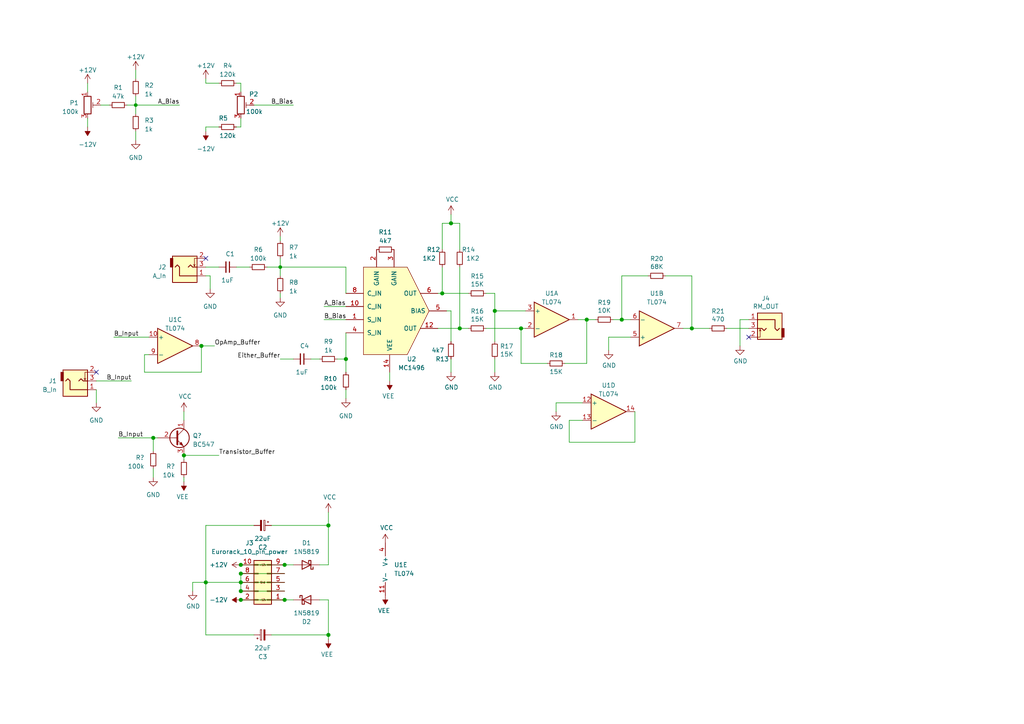
<source format=kicad_sch>
(kicad_sch (version 20230121) (generator eeschema)
  (paper "A4")
  (lib_symbols
    (symbol "Amplifier_Operational:TL074" (pin_names (offset 0.127))
      (property "Reference" "U" (at 0 5.08 0))
      (property "Value" "TL074" (at 0 -5.08 0))
      (symbol "TL074_1_1"
        (polyline (pts (xy -5.08 5.08) (xy 5.08 0) (xy -5.08 -5.08) (xy -5.08 5.08)) (stroke (width 0.254)) (fill (type background)))
        (pin output line (at 7.62 0 180) (length 2.54) (name "~") (number "1"))
        (pin input line (at -7.62 -2.54 0) (length 2.54) (name "-") (number "2"))
        (pin input line (at -7.62 2.54 0) (length 2.54) (name "+") (number "3"))
      )
      (symbol "TL074_2_1"
        (polyline (pts (xy -5.08 5.08) (xy 5.08 0) (xy -5.08 -5.08) (xy -5.08 5.08)) (stroke (width 0.254)) (fill (type background)))
        (pin input line (at -7.62 2.54 0) (length 2.54) (name "+") (number "5"))
        (pin input line (at -7.62 -2.54 0) (length 2.54) (name "-") (number "6"))
        (pin output line (at 7.62 0 180) (length 2.54) (name "~") (number "7"))
      )
      (symbol "TL074_3_1"
        (polyline (pts (xy -5.08 5.08) (xy 5.08 0) (xy -5.08 -5.08) (xy -5.08 5.08)) (stroke (width 0.254)) (fill (type background)))
        (pin input line (at -7.62 2.54 0) (length 2.54) (name "+") (number "10"))
        (pin output line (at 7.62 0 180) (length 2.54) (name "~") (number "8"))
        (pin input line (at -7.62 -2.54 0) (length 2.54) (name "-") (number "9"))
      )
      (symbol "TL074_4_1"
        (polyline (pts (xy -5.08 5.08) (xy 5.08 0) (xy -5.08 -5.08) (xy -5.08 5.08)) (stroke (width 0.254)) (fill (type background)))
        (pin input line (at -7.62 2.54 0) (length 2.54) (name "+") (number "12"))
        (pin input line (at -7.62 -2.54 0) (length 2.54) (name "-") (number "13"))
        (pin output line (at 7.62 0 180) (length 2.54) (name "~") (number "14"))
      )
      (symbol "TL074_5_1"
        (pin power_in line (at -2.54 -7.62 90) (length 3.81) (name "V-") (number "11"))
        (pin power_in line (at -2.54 7.62 270) (length 3.81) (name "V+") (number "4"))
      )
    )
    (symbol "Device:C_Small" (pin_numbers hide) (pin_names (offset 0.254) hide)
      (property "Reference" "C" (at 0.254 1.778 0))
      (property "Value" "C_Small" (at 0.254 -2.032 0))
      (symbol "C_Small_0_1"
        (polyline (pts (xy -1.524 -0.508) (xy 1.524 -0.508)) (stroke (width 0.3302)))
        (polyline (pts (xy -1.524 0.508) (xy 1.524 0.508)) (stroke (width 0.3048)))
      )
      (symbol "C_Small_1_1"
        (pin passive line (at 0 2.54 270) (length 2.032) (name "~") (number "1"))
        (pin passive line (at 0 -2.54 90) (length 2.032) (name "~") (number "2"))
      )
    )
    (symbol "Device:R_Potentiometer_Trim" (pin_names (offset 1.016) hide)
      (property "Reference" "RV" (at -4.445 0 90))
      (property "Value" "R_Potentiometer_Trim" (at -2.54 0 90))
      (symbol "R_Potentiometer_Trim_0_1"
        (polyline (pts (xy 1.524 0.762) (xy 1.524 -0.762)))
        (polyline (pts (xy 2.54 0) (xy 1.524 0)))
        (rectangle (start 1.016 2.54) (end -1.016 -2.54) (stroke (width 0.254)))
      )
      (symbol "R_Potentiometer_Trim_1_1"
        (pin passive line (at 0 3.81 270) (length 1.27) (name "1") (number "1"))
        (pin passive line (at 3.81 0 180) (length 1.27) (name "2") (number "2"))
        (pin passive line (at 0 -3.81 90) (length 1.27) (name "3") (number "3"))
      )
    )
    (symbol "Device:R_Small" (pin_numbers hide) (pin_names (offset 0.254) hide)
      (property "Reference" "R" (at 0.762 0.508 0))
      (property "Value" "R_Small" (at 0.762 -1.016 0))
      (symbol "R_Small_0_1"
        (rectangle (start -0.762 1.778) (end 0.762 -1.778) (stroke (width 0.2032)))
      )
      (symbol "R_Small_1_1"
        (pin passive line (at 0 2.54 270) (length 0.762) (name "~") (number "1"))
        (pin passive line (at 0 -2.54 90) (length 0.762) (name "~") (number "2"))
      )
    )
    (symbol "Diode:1N5819" (pin_numbers hide) (pin_names (offset 1.016) hide)
      (property "Reference" "D" (at 0 2.54 0))
      (property "Value" "1N5819" (at 0 -2.54 0))
      (symbol "1N5819_0_1"
        (polyline (pts (xy 1.27 0) (xy -1.27 0)))
        (polyline (pts (xy 1.27 1.27) (xy 1.27 -1.27) (xy -1.27 0) (xy 1.27 1.27)) (stroke (width 0.254)))
        (polyline (pts (xy -1.905 0.635) (xy -1.905 1.27) (xy -1.27 1.27) (xy -1.27 -1.27) (xy -0.635 -1.27) (xy -0.635 -0.635)) (stroke (width 0.254)))
      )
      (symbol "1N5819_1_1"
        (pin passive line (at -3.81 0 0) (length 2.54) (name "K") (number "1"))
        (pin passive line (at 3.81 0 180) (length 2.54) (name "A") (number "2"))
      )
    )
    (symbol "Encoder:CP_Small" (pin_numbers hide) (pin_names (offset 0.254) hide)
      (property "Reference" "C" (at 0.254 1.778 0))
      (property "Value" "CP_Small" (at 0.254 -2.032 0))
      (symbol "CP_Small_0_1"
        (rectangle (start -1.524 -0.3048) (end 1.524 -0.6858) (fill (type outline)))
        (rectangle (start -1.524 0.6858) (end 1.524 0.3048))
        (polyline (pts (xy -1.27 1.524) (xy -0.762 1.524)))
        (polyline (pts (xy -1.016 1.27) (xy -1.016 1.778)))
      )
      (symbol "CP_Small_1_1"
        (pin passive line (at 0 2.54 270) (length 1.8542) (name "~") (number "1"))
        (pin passive line (at 0 -2.54 90) (length 1.8542) (name "~") (number "2"))
      )
    )
    (symbol "Eurorack Header:Eurorack_10_pin_power" (pin_names (offset 1.016) hide)
      (property "Reference" "J" (at 1.27 7.62 0))
      (property "Value" "Eurorack_10_pin_power" (at 1.27 -7.62 0))
      (symbol "Eurorack_10_pin_power_1_0"
        (text "+12v" (at 1.27 -5.08 0) (effects (font (size 0.508 0.508))))
        (text "-12v" (at 1.27 5.08 0) (effects (font (size 0.508 0.508))))
        (text "Gnd" (at 1.27 0 0) (effects (font (size 0.508 0.508))))
      )
      (symbol "Eurorack_10_pin_power_1_1"
        (rectangle (start -1.27 -4.953) (end 0 -5.207) (stroke (width 0.1524)))
        (rectangle (start -1.27 -2.413) (end 0 -2.667) (stroke (width 0.1524)))
        (rectangle (start -1.27 0.127) (end 0 -0.127) (stroke (width 0.1524)))
        (rectangle (start -1.27 2.667) (end 0 2.413) (stroke (width 0.1524)))
        (rectangle (start -1.27 5.207) (end 0 4.953) (stroke (width 0.1524)))
        (rectangle (start -1.27 6.35) (end 3.81 -6.35) (stroke (width 0.254)) (fill (type background)))
        (rectangle (start 3.81 -4.953) (end 2.54 -5.207) (stroke (width 0.1524)))
        (rectangle (start 3.81 -2.413) (end 2.54 -2.667) (stroke (width 0.1524)))
        (rectangle (start 3.81 0.127) (end 2.54 -0.127) (stroke (width 0.1524)))
        (rectangle (start 3.81 2.667) (end 2.54 2.413) (stroke (width 0.1524)))
        (rectangle (start 3.81 5.207) (end 2.54 4.953) (stroke (width 0.1524)))
        (pin power_in line (at -5.08 5.08 0) (length 3.81) (name "Pin_1") (number "1"))
        (pin passive line (at 7.62 -5.08 180) (length 3.81) (name "Pin_10") (number "10"))
        (pin passive line (at 7.62 5.08 180) (length 3.81) (name "Pin_2") (number "2"))
        (pin passive line (at -5.08 2.54 0) (length 3.81) (name "Pin_3") (number "3"))
        (pin passive line (at 7.62 2.54 180) (length 3.81) (name "Pin_4") (number "4"))
        (pin power_in line (at -5.08 0 0) (length 3.81) (name "Pin_5") (number "5"))
        (pin passive line (at 7.62 0 180) (length 3.81) (name "Pin_6") (number "6"))
        (pin passive line (at -5.08 -2.54 0) (length 3.81) (name "Pin_7") (number "7"))
        (pin passive line (at 7.62 -2.54 180) (length 3.81) (name "Pin_8") (number "8"))
        (pin power_in line (at -5.08 -5.08 0) (length 3.81) (name "Pin_9") (number "9"))
      )
    )
    (symbol "MC1496:MC1496" (pin_names (offset 1.016))
      (property "Reference" "U" (at 0 22.86 0))
      (property "Value" "MC1496" (at 0 20.32 0))
      (symbol "MC1496_0_0"
        (pin input line (at -12.7 -6.35 0) (length 5.08) (name "S_IN") (number "1"))
        (pin input line (at -12.7 -2.54 0) (length 5.08) (name "C_IN") (number "10"))
        (pin no_connect line (at 10.16 -16.51 180) (length 5.08) hide (name "NC") (number "11"))
        (pin output line (at 13.97 -8.89 180) (length 5.08) (name "OUT") (number "12"))
        (pin no_connect line (at 10.16 -16.51 180) (length 5.08) hide (name "NC") (number "13"))
        (pin power_in line (at 0 -21.59 90) (length 5.08) (name "VEE") (number "14"))
        (pin input line (at -3.81 13.97 270) (length 5.08) (name "GAIN") (number "2"))
        (pin input line (at 1.27 13.97 270) (length 5.08) (name "GAIN") (number "3"))
        (pin input line (at -12.7 -10.16 0) (length 5.08) (name "S_IN") (number "4"))
        (pin input line (at 16.51 -3.81 180) (length 5.08) (name "BIAS") (number "5"))
        (pin open_collector line (at 13.97 1.27 180) (length 5.08) (name "OUT") (number "6"))
        (pin no_connect line (at 10.16 -16.51 180) (length 5.08) hide (name "NC") (number "7"))
        (pin input line (at -12.7 1.27 0) (length 5.08) (name "C_IN") (number "8"))
        (pin no_connect line (at 10.16 -16.51 180) (length 5.08) hide (name "NC") (number "9"))
      )
      (symbol "MC1496_0_1"
        (polyline (pts (xy -7.62 8.89) (xy 5.08 8.89) (xy 11.43 -3.81) (xy 5.08 -16.51) (xy -7.62 -16.51) (xy -7.62 8.89)) (fill (type background)))
      )
    )
    (symbol "Transistor_BJT:BC547" (pin_names (offset 0) hide)
      (property "Reference" "Q" (at 5.08 1.905 0))
      (property "Value" "BC547" (at 5.08 0 0))
      (symbol "BC547_0_1"
        (polyline (pts (xy 0 0) (xy 0.635 0)))
        (polyline (pts (xy 0.635 0.635) (xy 2.54 2.54)))
        (polyline (pts (xy 0.635 -0.635) (xy 2.54 -2.54) (xy 2.54 -2.54)))
        (polyline (pts (xy 0.635 1.905) (xy 0.635 -1.905) (xy 0.635 -1.905)) (stroke (width 0.508)))
        (polyline (pts (xy 1.27 -1.778) (xy 1.778 -1.27) (xy 2.286 -2.286) (xy 1.27 -1.778) (xy 1.27 -1.778)) (fill (type outline)))
        (circle (center 1.27 0) (radius 2.8194) (stroke (width 0.254)))
      )
      (symbol "BC547_1_1"
        (pin passive line (at 2.54 5.08 270) (length 2.54) (name "C") (number "1"))
        (pin input line (at -5.08 0 0) (length 5.08) (name "B") (number "2"))
        (pin passive line (at 2.54 -5.08 90) (length 2.54) (name "E") (number "3"))
      )
    )
    (symbol "power:+12V" (power) (pin_names (offset 0))
      (property "Value" "+12V" (at 0 3.556 0))
      (symbol "+12V_0_1"
        (polyline (pts (xy -0.762 1.27) (xy 0 2.54)))
        (polyline (pts (xy 0 0) (xy 0 2.54)))
        (polyline (pts (xy 0 2.54) (xy 0.762 1.27)))
      )
      (symbol "+12V_1_1"
        (pin power_in line (at 0 0 90) (length 0) hide (name "+12V") (number "1"))
      )
    )
    (symbol "power:-12V" (power) (pin_names (offset 0))
      (property "Value" "-12V" (at 0 3.81 0))
      (symbol "-12V_0_0"
        (pin power_in line (at 0 0 90) (length 0) hide (name "-12V") (number "1"))
      )
      (symbol "-12V_0_1"
        (polyline (pts (xy 0 0) (xy 0 1.27) (xy 0.762 1.27) (xy 0 2.54) (xy -0.762 1.27) (xy 0 1.27)) (fill (type outline)))
      )
    )
    (symbol "power:GND" (power) (pin_names (offset 0))
      (property "Value" "GND" (at 0 -3.81 0))
      (symbol "GND_0_1"
        (polyline (pts (xy 0 0) (xy 0 -1.27) (xy 1.27 -1.27) (xy 0 -2.54) (xy -1.27 -1.27) (xy 0 -1.27)))
      )
      (symbol "GND_1_1"
        (pin power_in line (at 0 0 270) (length 0) hide (name "GND") (number "1"))
      )
    )
    (symbol "power:VCC" (power) (pin_names (offset 0))
      (property "Value" "VCC" (at 0 3.81 0))
      (symbol "VCC_0_1"
        (polyline (pts (xy -0.762 1.27) (xy 0 2.54)))
        (polyline (pts (xy 0 0) (xy 0 2.54)))
        (polyline (pts (xy 0 2.54) (xy 0.762 1.27)))
      )
      (symbol "VCC_1_1"
        (pin power_in line (at 0 0 90) (length 0) hide (name "VCC") (number "1"))
      )
    )
    (symbol "power:VEE" (power) (pin_names (offset 0))
      (property "Value" "VEE" (at 0 3.81 0))
      (symbol "VEE_0_1"
        (polyline (pts (xy 0 0) (xy 0 2.54)))
        (polyline (pts (xy 0.762 1.27) (xy -0.762 1.27) (xy 0 2.54) (xy 0.762 1.27)) (fill (type outline)))
      )
      (symbol "VEE_1_1"
        (pin power_in line (at 0 0 90) (length 0) hide (name "VEE") (number "1"))
      )
    )
    (symbol "thonkiconn:AudioJack2_Ground_Switch" (pin_names (offset 1.016))
      (property "Reference" "J" (at 0 8.89 0))
      (property "Value" "AudioJack2_Ground_Switch" (at 0 6.35 0))
      (symbol "AudioJack2_Ground_Switch_0_1"
        (rectangle (start -4.445 -2.54) (end -5.207 0) (fill (type outline)))
        (polyline (pts (xy 1.778 -0.254) (xy 2.032 -0.762)))
        (polyline (pts (xy 0 0) (xy 0.635 -0.635) (xy 1.27 0) (xy 2.54 0)) (stroke (width 0.254)))
        (polyline (pts (xy 2.54 -2.54) (xy 1.778 -2.54) (xy 1.778 -0.254) (xy 1.524 -0.762)))
        (polyline (pts (xy 2.54 2.54) (xy -2.54 2.54) (xy -2.54 0) (xy -3.175 -0.635) (xy -3.81 0)) (stroke (width 0.254)))
        (rectangle (start 2.54 -3.175) (end -4.572 4.445) (stroke (width 0.254)) (fill (type background)))
      )
      (symbol "AudioJack2_Ground_Switch_1_1"
        (pin passive line (at 5.08 2.54 180) (length 2.54) (name "~") (number "1"))
        (pin passive line (at 5.08 -2.54 180) (length 2.54) (name "~") (number "2"))
        (pin passive line (at 5.08 0 180) (length 2.54) (name "~") (number "3"))
      )
    )
  )
  (junction (at 69.85 173.99) (diameter 1.016))
  (junction (at 200.66 95.25) (diameter 1.016))
  (junction (at 81.28 77.47) (diameter 0.9144))
  (junction (at 69.85 163.83) (diameter 1.016))
  (junction (at 151.13 95.25) (diameter 1.016))
  (junction (at 100.33 104.14) (diameter 1.016))
  (junction (at 59.69 168.91) (diameter 1.016))
  (junction (at 95.25 152.4) (diameter 1.016))
  (junction (at 53.34 132.08) (diameter 1.016))
  (junction (at 130.81 64.77) (diameter 1.016))
  (junction (at 133.35 95.25) (diameter 1.016))
  (junction (at 180.34 92.71) (diameter 1.016))
  (junction (at 44.45 127) (diameter 1.016))
  (junction (at 69.85 168.91) (diameter 1.016))
  (junction (at 69.85 166.37) (diameter 1.016))
  (junction (at 69.85 171.45) (diameter 1.016))
  (junction (at 58.42 100.33) (diameter 1.016))
  (junction (at 143.51 90.17) (diameter 1.016))
  (junction (at 82.55 163.83) (diameter 1.016))
  (junction (at 170.18 92.71) (diameter 1.016))
  (junction (at 39.37 30.48) (diameter 0.9144))
  (junction (at 82.55 173.99) (diameter 1.016))
  (junction (at 128.27 85.09) (diameter 1.016))
  (junction (at 95.25 184.15) (diameter 1.016))
  (no_connect (at 59.69 74.93))
  (no_connect (at 27.94 107.95))
  (no_connect (at 217.17 97.79))
  (wire (pts (xy 158.75 105.41) (xy 151.13 105.41)))
  (wire (pts (xy 130.81 62.23) (xy 130.81 64.77)))
  (wire (pts (xy 170.18 92.71) (xy 167.64 92.71)))
  (wire (pts (xy 170.18 105.41) (xy 170.18 92.71)))
  (wire (pts (xy 161.29 116.84) (xy 161.29 119.38)))
  (wire (pts (xy 168.91 116.84) (xy 161.29 116.84)))
  (wire (pts (xy 39.37 27.94) (xy 39.37 30.48)))
  (wire (pts (xy 182.88 97.79) (xy 176.53 97.79)))
  (wire (pts (xy 92.71 173.99) (xy 95.25 173.99)))
  (wire (pts (xy 95.25 173.99) (xy 95.25 184.15)))
  (wire (pts (xy 95.25 184.15) (xy 78.74 184.15)))
  (wire (pts (xy 69.85 36.83) (xy 68.58 36.83)))
  (wire (pts (xy 100.33 92.71) (xy 93.98 92.71)))
  (wire (pts (xy 130.81 90.17) (xy 130.81 99.06)))
  (wire (pts (xy 176.53 97.79) (xy 176.53 101.6)))
  (wire (pts (xy 39.37 30.48) (xy 39.37 33.02)))
  (wire (pts (xy 81.28 77.47) (xy 100.33 77.47)))
  (wire (pts (xy 100.33 77.47) (xy 100.33 85.09)))
  (wire (pts (xy 59.69 22.86) (xy 59.69 24.13)))
  (wire (pts (xy 59.69 36.83) (xy 59.69 38.1)))
  (wire (pts (xy 128.27 64.77) (xy 130.81 64.77)))
  (wire (pts (xy 73.66 30.48) (xy 85.09 30.48)))
  (wire (pts (xy 25.4 34.29) (xy 25.4 36.83)))
  (wire (pts (xy 100.33 104.14) (xy 100.33 107.95)))
  (wire (pts (xy 180.34 80.01) (xy 187.96 80.01)))
  (wire (pts (xy 128.27 77.47) (xy 128.27 85.09)))
  (wire (pts (xy 27.94 113.03) (xy 27.94 116.84)))
  (wire (pts (xy 81.28 68.58) (xy 81.28 69.85)))
  (wire (pts (xy 82.55 173.99) (xy 85.09 173.99)))
  (wire (pts (xy 129.54 90.17) (xy 130.81 90.17)))
  (wire (pts (xy 58.42 100.33) (xy 58.42 107.95)))
  (wire (pts (xy 53.34 119.38) (xy 53.34 121.92)))
  (wire (pts (xy 69.85 171.45) (xy 82.55 171.45)))
  (wire (pts (xy 97.79 104.14) (xy 100.33 104.14)))
  (wire (pts (xy 69.85 173.99) (xy 82.55 173.99)))
  (wire (pts (xy 39.37 30.48) (xy 52.07 30.48)))
  (wire (pts (xy 68.58 77.47) (xy 72.39 77.47)))
  (wire (pts (xy 82.55 163.83) (xy 85.09 163.83)))
  (wire (pts (xy 69.85 168.91) (xy 82.55 168.91)))
  (wire (pts (xy 41.91 107.95) (xy 58.42 107.95)))
  (wire (pts (xy 29.21 30.48) (xy 31.75 30.48)))
  (wire (pts (xy 93.98 88.9) (xy 100.33 88.9)))
  (wire (pts (xy 53.34 138.43) (xy 53.34 139.7)))
  (wire (pts (xy 180.34 92.71) (xy 182.88 92.71)))
  (wire (pts (xy 170.18 92.71) (xy 172.72 92.71)))
  (wire (pts (xy 55.88 168.91) (xy 59.69 168.91)))
  (wire (pts (xy 55.88 171.45) (xy 55.88 168.91)))
  (wire (pts (xy 27.94 110.49) (xy 38.1 110.49)))
  (wire (pts (xy 140.97 95.25) (xy 151.13 95.25)))
  (wire (pts (xy 151.13 95.25) (xy 152.4 95.25)))
  (wire (pts (xy 69.85 24.13) (xy 69.85 26.67)))
  (wire (pts (xy 143.51 104.14) (xy 143.51 107.95)))
  (wire (pts (xy 90.17 104.14) (xy 92.71 104.14)))
  (wire (pts (xy 41.91 102.87) (xy 41.91 107.95)))
  (wire (pts (xy 33.02 97.79) (xy 43.18 97.79)))
  (wire (pts (xy 59.69 24.13) (xy 63.5 24.13)))
  (wire (pts (xy 44.45 135.89) (xy 44.45 138.43)))
  (wire (pts (xy 60.96 80.01) (xy 60.96 83.82)))
  (wire (pts (xy 69.85 166.37) (xy 82.55 166.37)))
  (wire (pts (xy 95.25 148.59) (xy 95.25 152.4)))
  (wire (pts (xy 130.81 104.14) (xy 130.81 107.95)))
  (wire (pts (xy 127 85.09) (xy 128.27 85.09)))
  (wire (pts (xy 39.37 20.32) (xy 39.37 22.86)))
  (wire (pts (xy 198.12 95.25) (xy 200.66 95.25)))
  (wire (pts (xy 36.83 30.48) (xy 39.37 30.48)))
  (wire (pts (xy 53.34 132.08) (xy 63.5 132.08)))
  (wire (pts (xy 69.85 166.37) (xy 69.85 168.91)))
  (wire (pts (xy 100.33 96.52) (xy 100.33 104.14)))
  (wire (pts (xy 59.69 80.01) (xy 60.96 80.01)))
  (wire (pts (xy 200.66 80.01) (xy 200.66 95.25)))
  (wire (pts (xy 77.47 77.47) (xy 81.28 77.47)))
  (wire (pts (xy 128.27 85.09) (xy 135.89 85.09)))
  (wire (pts (xy 130.81 64.77) (xy 133.35 64.77)))
  (wire (pts (xy 78.74 152.4) (xy 95.25 152.4)))
  (wire (pts (xy 92.71 163.83) (xy 95.25 163.83)))
  (wire (pts (xy 95.25 152.4) (xy 95.25 163.83)))
  (wire (pts (xy 127 95.25) (xy 133.35 95.25)))
  (wire (pts (xy 143.51 85.09) (xy 143.51 90.17)))
  (wire (pts (xy 143.51 90.17) (xy 143.51 99.06)))
  (wire (pts (xy 69.85 168.91) (xy 69.85 171.45)))
  (wire (pts (xy 113.03 110.49) (xy 113.03 107.95)))
  (wire (pts (xy 68.58 24.13) (xy 69.85 24.13)))
  (wire (pts (xy 200.66 95.25) (xy 205.74 95.25)))
  (wire (pts (xy 59.69 152.4) (xy 73.66 152.4)))
  (wire (pts (xy 59.69 168.91) (xy 59.69 152.4)))
  (wire (pts (xy 59.69 184.15) (xy 59.69 168.91)))
  (wire (pts (xy 73.66 184.15) (xy 59.69 184.15)))
  (wire (pts (xy 43.18 102.87) (xy 41.91 102.87)))
  (wire (pts (xy 34.29 127) (xy 44.45 127)))
  (wire (pts (xy 59.69 77.47) (xy 63.5 77.47)))
  (wire (pts (xy 100.33 113.03) (xy 100.33 115.57)))
  (wire (pts (xy 163.83 105.41) (xy 170.18 105.41)))
  (wire (pts (xy 59.69 168.91) (xy 69.85 168.91)))
  (wire (pts (xy 69.85 34.29) (xy 69.85 36.83)))
  (wire (pts (xy 133.35 64.77) (xy 133.35 72.39)))
  (wire (pts (xy 143.51 90.17) (xy 152.4 90.17)))
  (wire (pts (xy 210.82 95.25) (xy 217.17 95.25)))
  (wire (pts (xy 177.8 92.71) (xy 180.34 92.71)))
  (wire (pts (xy 58.42 100.33) (xy 62.23 100.33)))
  (wire (pts (xy 81.28 85.09) (xy 81.28 86.36)))
  (wire (pts (xy 193.04 80.01) (xy 200.66 80.01)))
  (wire (pts (xy 44.45 127) (xy 45.72 127)))
  (wire (pts (xy 140.97 85.09) (xy 143.51 85.09)))
  (wire (pts (xy 44.45 127) (xy 44.45 130.81)))
  (wire (pts (xy 81.28 104.14) (xy 85.09 104.14)))
  (wire (pts (xy 69.85 163.83) (xy 82.55 163.83)))
  (wire (pts (xy 133.35 77.47) (xy 133.35 95.25)))
  (wire (pts (xy 128.27 72.39) (xy 128.27 64.77)))
  (wire (pts (xy 81.28 74.93) (xy 81.28 77.47)))
  (wire (pts (xy 53.34 132.08) (xy 53.34 133.35)))
  (wire (pts (xy 25.4 24.13) (xy 25.4 26.67)))
  (wire (pts (xy 59.69 36.83) (xy 63.5 36.83)))
  (wire (pts (xy 180.34 80.01) (xy 180.34 92.71)))
  (wire (pts (xy 81.28 77.47) (xy 81.28 80.01)))
  (wire (pts (xy 95.25 184.15) (xy 95.25 185.42)))
  (wire (pts (xy 214.63 92.71) (xy 214.63 100.33)))
  (wire (pts (xy 217.17 92.71) (xy 214.63 92.71)))
  (wire (pts (xy 151.13 95.25) (xy 151.13 105.41)))
  (wire (pts (xy 133.35 95.25) (xy 135.89 95.25)))
  (wire (pts (xy 39.37 40.64) (xy 39.37 38.1)))
  (wire (pts (xy 165.1 121.92) (xy 165.1 128.27)))
  (wire (pts (xy 165.1 128.27) (xy 184.15 128.27)))
  (wire (pts (xy 168.91 121.92) (xy 165.1 121.92)))
  (wire (pts (xy 184.15 128.27) (xy 184.15 119.38)))
  (label "B_Input" (at 33.02 97.79 0))
  (label "B_Bias" (at 93.98 92.71 0))
  (label "A_Bias" (at 52.07 30.48 180))
  (label "OpAmp_Buffer" (at 62.23 100.33 0))
  (label "Transistor_Buffer" (at 63.5 132.08 0))
  (label "B_Input" (at 34.29 127 0))
  (label "B_Bias" (at 85.09 30.48 180))
  (label "A_Bias" (at 93.98 88.9 0))
  (label "B_Input" (at 38.1 110.49 180))
  (label "Either_Buffer" (at 81.28 104.14 180))
  (symbol (lib_id "MC1496:MC1496") (at 113.03 86.36 0) (unit 1)
    (property "Reference" "U2" (at 119.38 104.14 0))
    (property "Value" "MC1496" (at 119.38 106.68 0))
    (property "Footprint" "Package_SO:SOIC-14_3.9x8.7mm_P1.27mm" (effects hide))
    (property "Datasheet" "https://www.mouser.co.uk/datasheet/2/308/MC1496_D-1773763.pdf" (effects hide))
  )
  (symbol (lib_id "power:VEE") (at 113.03 110.49 180) (unit 1)
    (property "Reference" "#PWR019" (effects hide))
    (property "Value" "VEE" (at 112.649 114.8842 0))
  )
  (symbol (lib_id "Device:R_Small") (at 138.43 85.09 270) (unit 1)
    (property "Reference" "R15" (at 138.43 80.1116 90))
    (property "Value" "15K" (at 138.43 82.423 90))
    (property "Footprint" "Resistor_SMD:R_0603_1608Metric_Pad0.98x0.95mm_HandSolder" (effects hide))
  )
  (symbol (lib_id "Device:R_Small") (at 138.43 95.25 270) (unit 1)
    (property "Reference" "R16" (at 138.43 90.2716 90))
    (property "Value" "15K" (at 138.43 92.583 90))
    (property "Footprint" "Resistor_SMD:R_0603_1608Metric_Pad0.98x0.95mm_HandSolder" (effects hide))
  )
  (symbol (lib_id "Device:R_Small") (at 130.81 101.6 180) (unit 1)
    (property "Reference" "R13" (at 128.27 104.14 0))
    (property "Value" "4k7" (at 127 101.6 0))
    (property "Footprint" "Resistor_SMD:R_0603_1608Metric_Pad0.98x0.95mm_HandSolder" (effects hide))
  )
  (symbol (lib_id "power:GND") (at 130.81 107.95 0) (unit 1)
    (property "Reference" "#PWR021" (effects hide))
    (property "Value" "GND" (at 130.937 112.3442 0))
  )
  (symbol (lib_id "Device:R_Small") (at 133.35 74.93 0) (unit 1)
    (property "Reference" "R14" (at 135.89 72.39 0))
    (property "Value" "1K2" (at 137.16 74.93 0))
    (property "Footprint" "Resistor_SMD:R_0603_1608Metric_Pad0.98x0.95mm_HandSolder" (effects hide))
  )
  (symbol (lib_id "Device:R_Small") (at 128.27 74.93 0) (unit 1)
    (property "Reference" "R12" (at 125.73 72.39 0))
    (property "Value" "1K2" (at 124.46 74.93 0))
    (property "Footprint" "Resistor_SMD:R_0603_1608Metric_Pad0.98x0.95mm_HandSolder" (effects hide))
  )
  (symbol (lib_id "power:VCC") (at 130.81 62.23 0) (unit 1)
    (property "Reference" "#PWR020" (effects hide))
    (property "Value" "VCC" (at 131.191 57.8358 0))
  )
  (symbol (lib_id "Device:R_Small") (at 143.51 101.6 180) (unit 1)
    (property "Reference" "R17" (at 145.0086 100.4316 0) (effects (justify right)))
    (property "Value" "15K" (at 145.0086 102.743 0) (effects (justify right)))
    (property "Footprint" "Resistor_SMD:R_0603_1608Metric_Pad0.98x0.95mm_HandSolder" (effects hide))
  )
  (symbol (lib_id "power:GND") (at 143.51 107.95 0) (unit 1)
    (property "Reference" "#PWR022" (effects hide))
    (property "Value" "GND" (at 143.637 112.3442 0))
  )
  (symbol (lib_id "Device:R_Small") (at 175.26 92.71 270) (unit 1)
    (property "Reference" "R19" (at 175.26 87.7316 90))
    (property "Value" "10K" (at 175.26 90.043 90))
    (property "Footprint" "Resistor_SMD:R_0603_1608Metric_Pad0.98x0.95mm_HandSolder" (effects hide))
  )
  (symbol (lib_id "Device:R_Small") (at 161.29 105.41 270) (unit 1)
    (property "Reference" "R18" (at 161.29 102.9716 90))
    (property "Value" "15K" (at 161.29 107.823 90))
    (property "Footprint" "Resistor_SMD:R_0603_1608Metric_Pad0.98x0.95mm_HandSolder" (effects hide))
  )
  (symbol (lib_id "power:GND") (at 176.53 101.6 0) (unit 1)
    (property "Reference" "#PWR024" (effects hide))
    (property "Value" "GND" (at 176.657 105.9942 0))
  )
  (symbol (lib_id "Device:R_Small") (at 190.5 80.01 270) (unit 1)
    (property "Reference" "R20" (at 190.5 75.0316 90))
    (property "Value" "68K" (at 190.5 77.343 90))
    (property "Footprint" "Resistor_SMD:R_0603_1608Metric_Pad0.98x0.95mm_HandSolder" (effects hide))
  )
  (symbol (lib_id "Device:R_Small") (at 208.28 95.25 270) (unit 1)
    (property "Reference" "R21" (at 208.28 90.2716 90))
    (property "Value" "470" (at 208.28 92.583 90))
    (property "Footprint" "Resistor_SMD:R_0603_1608Metric_Pad0.98x0.95mm_HandSolder" (effects hide))
  )
  (symbol (lib_id "power:VEE") (at 95.25 185.42 180) (unit 1)
    (property "Reference" "#PWR015" (effects hide))
    (property "Value" "VEE" (at 94.869 189.8142 0))
  )
  (symbol (lib_id "Eurorack Header:Eurorack_10_pin_power") (at 77.47 168.91 180) (unit 1)
    (property "Reference" "J3" (at 72.39 157.48 0))
    (property "Value" "Eurorack_10_pin_power" (at 72.39 160.02 0))
    (property "Footprint" "Custom_Footprints:Eurorack_10_pin_header" (effects hide))
  )
  (symbol (lib_id "power:+12V") (at 81.28 68.58 0) (mirror y) (unit 1)
    (property "Reference" "#PWR012" (effects hide))
    (property "Value" "+12V" (at 81.28 64.77 0))
  )
  (symbol (lib_id "thonkiconn:AudioJack2_Ground_Switch") (at 22.86 110.49 0) (mirror x) (unit 1)
    (property "Reference" "J1" (at 16.51 110.4899 0) (effects (justify right)))
    (property "Value" "B_In" (at 16.51 113.0299 0) (effects (justify right)))
  )
  (symbol (lib_id "Diode:1N5819") (at 88.9 173.99 0) (unit 1)
    (property "Reference" "D2" (at 88.9 180.34 0))
    (property "Value" "1N5819" (at 88.9 177.8 0))
    (property "Footprint" "Diode_SMD:D_SOD-123" (effects hide))
    (property "Datasheet" "http://www.vishay.com/docs/88525/1n5817.pdf" (effects hide))
  )
  (symbol (lib_id "power:-12V") (at 69.85 173.99 90) (unit 1)
    (property "Reference" "#PWR010" (effects hide))
    (property "Value" "-12V" (at 66.04 173.99 90) (effects (justify left)))
  )
  (symbol (lib_id "Encoder:CP_Small") (at 76.2 184.15 90) (unit 1)
    (property "Reference" "C3" (at 76.2 190.5 90))
    (property "Value" "22uF" (at 76.2 187.96 90))
    (property "Footprint" "Capacitor_SMD:CP_Elec_4x5.8" (effects hide))
  )
  (symbol (lib_id "power:-12V") (at 25.4 36.83 180) (unit 1)
    (property "Reference" "#PWR02" (effects hide))
    (property "Value" "-12V" (at 25.4 41.91 0))
  )
  (symbol (lib_id "Device:R_Small") (at 53.34 135.89 0) (mirror x) (unit 1)
    (property "Reference" "R?" (at 50.8 135.2549 0) (effects (justify right)))
    (property "Value" "10k" (at 50.8 137.7949 0) (effects (justify right)))
  )
  (symbol (lib_id "Device:C_Small") (at 87.63 104.14 270) (unit 1)
    (property "Reference" "C4" (at 86.9951 100.33 90) (effects (justify left)))
    (property "Value" "1uF" (at 85.7251 107.95 90) (effects (justify left)))
  )
  (symbol (lib_id "Amplifier_Operational:TL074") (at 190.5 95.25 0) (mirror x) (unit 2)
    (property "Reference" "U1" (at 190.5 85.09 0))
    (property "Value" "TL074" (at 190.5 87.63 0))
    (property "Footprint" "Package_SO:SOIC-14_3.9x8.7mm_P1.27mm" (effects hide))
    (property "Datasheet" "http://www.ti.com/lit/ds/symlink/tl071.pdf" (effects hide))
  )
  (symbol (lib_id "Amplifier_Operational:TL074") (at 109.22 165.1 0) (mirror y) (unit 5)
    (property "Reference" "U1" (at 114.3 163.83 0) (effects (justify right)))
    (property "Value" "TL074" (at 114.3 166.37 0) (effects (justify right)))
    (property "Footprint" "Package_SO:SOIC-14_3.9x8.7mm_P1.27mm" (effects hide))
    (property "Datasheet" "http://www.ti.com/lit/ds/symlink/tl071.pdf" (effects hide))
  )
  (symbol (lib_id "Encoder:CP_Small") (at 76.2 152.4 270) (unit 1)
    (property "Reference" "C2" (at 76.2 158.75 90))
    (property "Value" "22uF" (at 76.2 156.21 90))
    (property "Footprint" "Capacitor_SMD:CP_Elec_4x5.8" (effects hide))
  )
  (symbol (lib_id "Transistor_BJT:BC547") (at 50.8 127 0) (unit 1)
    (property "Reference" "Q?" (at 55.88 126.3649 0) (effects (justify left)))
    (property "Value" "BC547" (at 55.88 128.9049 0) (effects (justify left)))
    (property "Footprint" "Package_TO_SOT_THT:TO-92_Inline" (effects hide))
    (property "Datasheet" "https://www.onsemi.com/pub/Collateral/BC550-D.pdf" (effects hide))
  )
  (symbol (lib_id "Device:R_Small") (at 81.28 72.39 180) (unit 1)
    (property "Reference" "R7" (at 83.82 71.7549 0) (effects (justify right)))
    (property "Value" "1k" (at 83.82 74.2949 0) (effects (justify right)))
  )
  (symbol (lib_id "power:GND") (at 100.33 115.57 0) (unit 1)
    (property "Reference" "#PWR016" (effects hide))
    (property "Value" "GND" (at 100.33 120.65 0))
  )
  (symbol (lib_id "Device:R_Small") (at 95.25 104.14 90) (unit 1)
    (property "Reference" "R9" (at 95.25 99.06 90))
    (property "Value" "1k" (at 95.25 101.6 90))
  )
  (symbol (lib_id "power:VCC") (at 95.25 148.59 0) (unit 1)
    (property "Reference" "#PWR014" (effects hide))
    (property "Value" "VCC" (at 95.631 144.1958 0))
  )
  (symbol (lib_id "power:GND") (at 39.37 40.64 0) (unit 1)
    (property "Reference" "#PWR06" (effects hide))
    (property "Value" "GND" (at 39.37 45.72 0))
  )
  (symbol (lib_id "power:GND") (at 214.63 100.33 0) (unit 1)
    (property "Reference" "#PWR025" (effects hide))
    (property "Value" "GND" (at 214.757 104.7242 0))
  )
  (symbol (lib_id "power:VEE") (at 53.34 139.7 180) (unit 1)
    (property "Reference" "#PWR0102" (effects hide))
    (property "Value" "VEE" (at 52.959 144.0942 0))
  )
  (symbol (lib_id "Device:R_Small") (at 81.28 82.55 180) (unit 1)
    (property "Reference" "R8" (at 83.82 81.9149 0) (effects (justify right)))
    (property "Value" "1k" (at 83.82 84.4549 0) (effects (justify right)))
  )
  (symbol (lib_id "power:VEE") (at 111.76 172.72 180) (unit 1)
    (property "Reference" "#PWR018" (effects hide))
    (property "Value" "VEE" (at 111.379 177.1142 0))
  )
  (symbol (lib_id "Device:R_Small") (at 34.29 30.48 90) (mirror x) (unit 1)
    (property "Reference" "R1" (at 34.29 25.4 90))
    (property "Value" "47k" (at 34.29 27.94 90))
  )
  (symbol (lib_id "power:VCC") (at 111.76 157.48 0) (unit 1)
    (property "Reference" "#PWR017" (effects hide))
    (property "Value" "VCC" (at 112.141 153.0858 0))
  )
  (symbol (lib_id "Device:R_Small") (at 74.93 77.47 90) (unit 1)
    (property "Reference" "R6" (at 74.93 72.39 90))
    (property "Value" "100k" (at 74.93 74.93 90))
  )
  (symbol (lib_id "power:+12V") (at 69.85 163.83 90) (unit 1)
    (property "Reference" "#PWR09" (effects hide))
    (property "Value" "+12V" (at 66.04 163.83 90) (effects (justify left)))
  )
  (symbol (lib_id "power:GND") (at 81.28 86.36 0) (unit 1)
    (property "Reference" "#PWR013" (effects hide))
    (property "Value" "GND" (at 81.28 91.44 0))
  )
  (symbol (lib_id "Diode:1N5819") (at 88.9 163.83 180) (unit 1)
    (property "Reference" "D1" (at 88.9 157.48 0))
    (property "Value" "1N5819" (at 88.9 160.02 0))
    (property "Footprint" "Diode_SMD:D_SOD-123" (effects hide))
    (property "Datasheet" "http://www.vishay.com/docs/88525/1n5817.pdf" (effects hide))
  )
  (symbol (lib_id "Device:R_Small") (at 111.76 72.39 270) (unit 1)
    (property "Reference" "R11" (at 111.76 67.31 90))
    (property "Value" "4k7" (at 111.76 69.85 90))
    (property "Footprint" "Resistor_SMD:R_0603_1608Metric_Pad0.98x0.95mm_HandSolder" (effects hide))
  )
  (symbol (lib_id "Device:R_Potentiometer_Trim") (at 25.4 30.48 0) (unit 1)
    (property "Reference" "P1" (at 22.86 29.8449 0) (effects (justify right)))
    (property "Value" "100k" (at 22.86 32.3849 0) (effects (justify right)))
  )
  (symbol (lib_id "power:GND") (at 27.94 116.84 0) (unit 1)
    (property "Reference" "#PWR08" (effects hide))
    (property "Value" "GND" (at 27.94 121.92 0))
  )
  (symbol (lib_id "power:-12V") (at 59.69 38.1 0) (mirror x) (unit 1)
    (property "Reference" "#PWR04" (effects hide))
    (property "Value" "-12V" (at 59.69 43.18 0))
  )
  (symbol (lib_id "Amplifier_Operational:TL074") (at 160.02 92.71 0) (unit 1)
    (property "Reference" "U1" (at 160.02 85.09 0))
    (property "Value" "TL074" (at 160.02 87.63 0))
    (property "Footprint" "Package_SO:SOIC-14_3.9x8.7mm_P1.27mm" (effects hide))
    (property "Datasheet" "http://www.ti.com/lit/ds/symlink/tl071.pdf" (effects hide))
  )
  (symbol (lib_id "power:GND") (at 161.29 119.38 0) (unit 1)
    (property "Reference" "#PWR023" (effects hide))
    (property "Value" "GND" (at 161.417 123.7742 0))
  )
  (symbol (lib_id "Device:R_Small") (at 44.45 133.35 0) (mirror x) (unit 1)
    (property "Reference" "R?" (at 41.91 132.7149 0) (effects (justify right)))
    (property "Value" "100k" (at 41.91 135.2549 0) (effects (justify right)))
  )
  (symbol (lib_id "power:GND") (at 44.45 138.43 0) (unit 1)
    (property "Reference" "#PWR0103" (effects hide))
    (property "Value" "GND" (at 44.45 143.51 0))
  )
  (symbol (lib_id "power:GND") (at 60.96 83.82 0) (unit 1)
    (property "Reference" "#PWR011" (effects hide))
    (property "Value" "GND" (at 60.96 88.9 0))
  )
  (symbol (lib_id "Amplifier_Operational:TL074") (at 176.53 119.38 0) (unit 4)
    (property "Reference" "U1" (at 176.53 111.76 0))
    (property "Value" "TL074" (at 176.53 114.3 0))
    (property "Footprint" "Package_SO:SOIC-14_3.9x8.7mm_P1.27mm" (effects hide))
    (property "Datasheet" "http://www.ti.com/lit/ds/symlink/tl071.pdf" (effects hide))
  )
  (symbol (lib_id "Device:R_Small") (at 39.37 35.56 0) (unit 1)
    (property "Reference" "R3" (at 41.91 34.9249 0) (effects (justify left)))
    (property "Value" "1k" (at 41.91 37.4649 0) (effects (justify left)))
  )
  (symbol (lib_id "power:+12V") (at 25.4 24.13 0) (unit 1)
    (property "Reference" "#PWR01" (effects hide))
    (property "Value" "+12V" (at 25.4 20.32 0))
  )
  (symbol (lib_id "power:+12V") (at 59.69 22.86 0) (mirror y) (unit 1)
    (property "Reference" "#PWR03" (effects hide))
    (property "Value" "+12V" (at 59.69 19.05 0))
  )
  (symbol (lib_id "power:+12V") (at 39.37 20.32 0) (mirror y) (unit 1)
    (property "Reference" "#PWR05" (effects hide))
    (property "Value" "+12V" (at 39.37 16.51 0))
  )
  (symbol (lib_id "thonkiconn:AudioJack2_Ground_Switch") (at 222.25 95.25 0) (mirror y) (unit 1)
    (property "Reference" "J4" (at 222.123 86.5632 0))
    (property "Value" "RM_OUT" (at 222.123 88.8746 0))
    (property "Footprint" "Custom_Footprints:THONKICONN_hole" (effects hide))
  )
  (symbol (lib_id "Device:C_Small") (at 66.04 77.47 270) (unit 1)
    (property "Reference" "C1" (at 65.4051 73.66 90) (effects (justify left)))
    (property "Value" "1uF" (at 64.1351 81.28 90) (effects (justify left)))
  )
  (symbol (lib_id "power:VCC") (at 53.34 119.38 0) (unit 1)
    (property "Reference" "#PWR0101" (effects hide))
    (property "Value" "VCC" (at 53.721 114.9858 0))
  )
  (symbol (lib_id "power:GND") (at 55.88 171.45 0) (unit 1)
    (property "Reference" "#PWR07" (effects hide))
    (property "Value" "GND" (at 56.007 175.8442 0))
  )
  (symbol (lib_id "Amplifier_Operational:TL074") (at 50.8 100.33 0) (unit 3)
    (property "Reference" "U1" (at 50.8 92.71 0))
    (property "Value" "TL074" (at 50.8 95.25 0))
    (property "Footprint" "Package_SO:SOIC-14_3.9x8.7mm_P1.27mm" (effects hide))
    (property "Datasheet" "http://www.ti.com/lit/ds/symlink/tl071.pdf" (effects hide))
  )
  (symbol (lib_id "thonkiconn:AudioJack2_Ground_Switch") (at 54.61 77.47 0) (mirror x) (unit 1)
    (property "Reference" "J2" (at 48.26 77.4699 0) (effects (justify right)))
    (property "Value" "A_In" (at 48.26 80.0099 0) (effects (justify right)))
  )
  (symbol (lib_id "Device:R_Small") (at 39.37 25.4 180) (unit 1)
    (property "Reference" "R2" (at 41.91 24.7649 0) (effects (justify right)))
    (property "Value" "1k" (at 41.91 27.3049 0) (effects (justify right)))
  )
  (symbol (lib_id "Device:R_Small") (at 66.04 36.83 270) (mirror x) (unit 1)
    (property "Reference" "R5" (at 64.77 34.29 90))
    (property "Value" "120k" (at 66.04 39.37 90))
  )
  (symbol (lib_id "Device:R_Small") (at 66.04 24.13 270) (mirror x) (unit 1)
    (property "Reference" "R4" (at 66.04 19.05 90))
    (property "Value" "120k" (at 66.04 21.59 90))
  )
  (symbol (lib_id "Device:R_Potentiometer_Trim") (at 69.85 30.48 0) (unit 1)
    (property "Reference" "P2" (at 74.93 27.3049 0) (effects (justify right)))
    (property "Value" "100k" (at 76.2 32.3849 0) (effects (justify right)))
  )
  (symbol (lib_id "Device:R_Small") (at 100.33 110.49 0) (mirror x) (unit 1)
    (property "Reference" "R10" (at 97.79 109.8549 0) (effects (justify right)))
    (property "Value" "100k" (at 97.79 112.3949 0) (effects (justify right)))
  )
)
</source>
